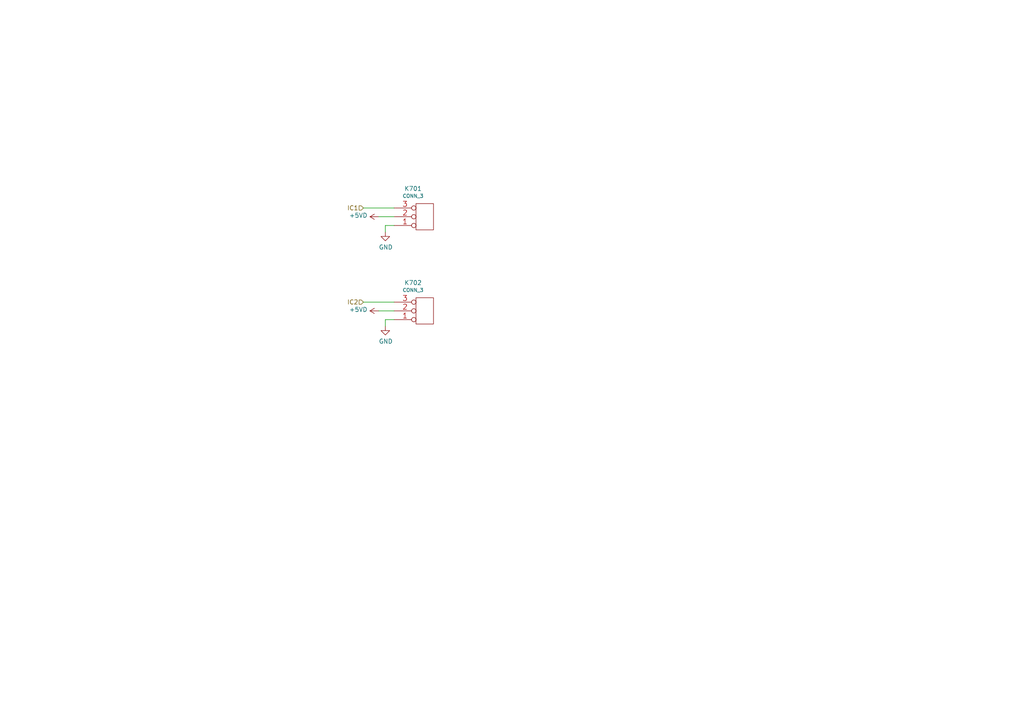
<source format=kicad_sch>
(kicad_sch (version 20211123) (generator eeschema)
  (paper "A4")
  (title_block (title "Connector Cube V2") (date "2021-12-21") (rev "V2.00A") (company "CubeDeb-F4DEB") (comment 1 "Input Capture"))
  (lib_symbols
    (symbol "CEN-SCHEMA:CONN_3" (pin_names (offset 1.016) hide)
      (property "Reference" "K" (at -1.27 0 90))
      (property "Value" "CEN-SCHEMA_CONN_3" (at 1.27 0 90))
      (symbol "CONN_3_0_1"
        (rectangle (start -2.54 3.81) (end 2.54 -3.81))
      )
      (symbol "CONN_3_1_1"
        (pin passive inverted (at -8.89 2.54 0) (length 6.35) (name "P1") (number "1"))
        (pin passive inverted (at -8.89 0 0) (length 6.35) (name "PM") (number "2"))
        (pin passive inverted (at -8.89 -2.54 0) (length 6.35) (name "P3") (number "3"))
      )
    )
    (symbol "power:+5VD" (power) (pin_names (offset 0))
      (property "Value" "power_+5VD" (at 0 3.556 0))
      (symbol "+5VD_0_1"
        (polyline (pts (xy -0.762 1.27) (xy 0 2.54)))
        (polyline (pts (xy 0 0) (xy 0 2.54)))
        (polyline (pts (xy 0 2.54) (xy 0.762 1.27)))
      )
      (symbol "+5VD_1_1"
        (pin power_in line (at 0 0 90) (length 0) hide (name "+5VD") (number "1"))
      )
    )
    (symbol "power:GND" (power) (pin_names (offset 0))
      (property "Value" "power_GND" (at 0 -3.81 0))
      (symbol "GND_0_1"
        (polyline (pts (xy 0 0) (xy 0 -1.27) (xy 1.27 -1.27) (xy 0 -2.54) (xy -1.27 -1.27) (xy 0 -1.27)))
      )
      (symbol "GND_1_1"
        (pin power_in line (at 0 0 270) (length 0) hide (name "GND") (number "1"))
      )
    )
  )
  (wire (pts (xy 114.3 92.71) (xy 111.76 92.71)))
  (wire (pts (xy 114.3 90.17) (xy 109.855 90.17)))
  (wire (pts (xy 111.76 92.71) (xy 111.76 94.615)))
  (wire (pts (xy 114.3 65.405) (xy 111.76 65.405)))
  (wire (pts (xy 114.3 62.865) (xy 109.855 62.865)))
  (wire (pts (xy 114.3 87.63) (xy 105.41 87.63)))
  (wire (pts (xy 114.3 60.325) (xy 105.41 60.325)))
  (wire (pts (xy 111.76 65.405) (xy 111.76 67.31)))
  (hierarchical_label "IC1" (shape input) (at 105.41 60.325 180))
  (hierarchical_label "IC2" (shape input) (at 105.41 87.63 180))
  (symbol (lib_id "CEN-SCHEMA:CONN_3") (at 123.19 62.865 0) (mirror x) (unit 1)
    (property "Reference" "K701" (at 119.8118 54.7116 0))
    (property "Value" "CONN_3" (at 119.8118 56.8452 0) (effects (font (size 1.016 1.016))))
    (property "Footprint" "Connector_JST:JST_GH_BM03B-GHS-TBT_1x03-1MP_P1.25mm_Vertical" (effects hide))
  )
  (symbol (lib_id "power:GND") (at 111.76 67.31 0) (unit 1)
    (property "Reference" "#PWR0221" (effects hide))
    (property "Value" "GND" (at 111.887 71.7042 0))
  )
  (symbol (lib_id "power:+5VD") (at 109.855 62.865 90) (unit 1)
    (property "Reference" "#PWR0222" (effects hide))
    (property "Value" "+5VD" (at 106.6038 62.484 90) (effects (justify left)))
  )
  (symbol (lib_id "CEN-SCHEMA:CONN_3") (at 123.19 90.17 0) (mirror x) (unit 1)
    (property "Reference" "K702" (at 119.8118 82.0166 0))
    (property "Value" "CONN_3" (at 119.8118 84.1502 0) (effects (font (size 1.016 1.016))))
    (property "Footprint" "Connector_JST:JST_GH_BM03B-GHS-TBT_1x03-1MP_P1.25mm_Vertical" (effects hide))
  )
  (symbol (lib_id "power:GND") (at 111.76 94.615 0) (unit 1)
    (property "Reference" "#PWR0223" (effects hide))
    (property "Value" "GND" (at 111.887 99.0092 0))
  )
  (symbol (lib_id "power:+5VD") (at 109.855 90.17 90) (unit 1)
    (property "Reference" "#PWR0224" (effects hide))
    (property "Value" "+5VD" (at 106.6038 89.789 90) (effects (justify left)))
  )
)
</source>
